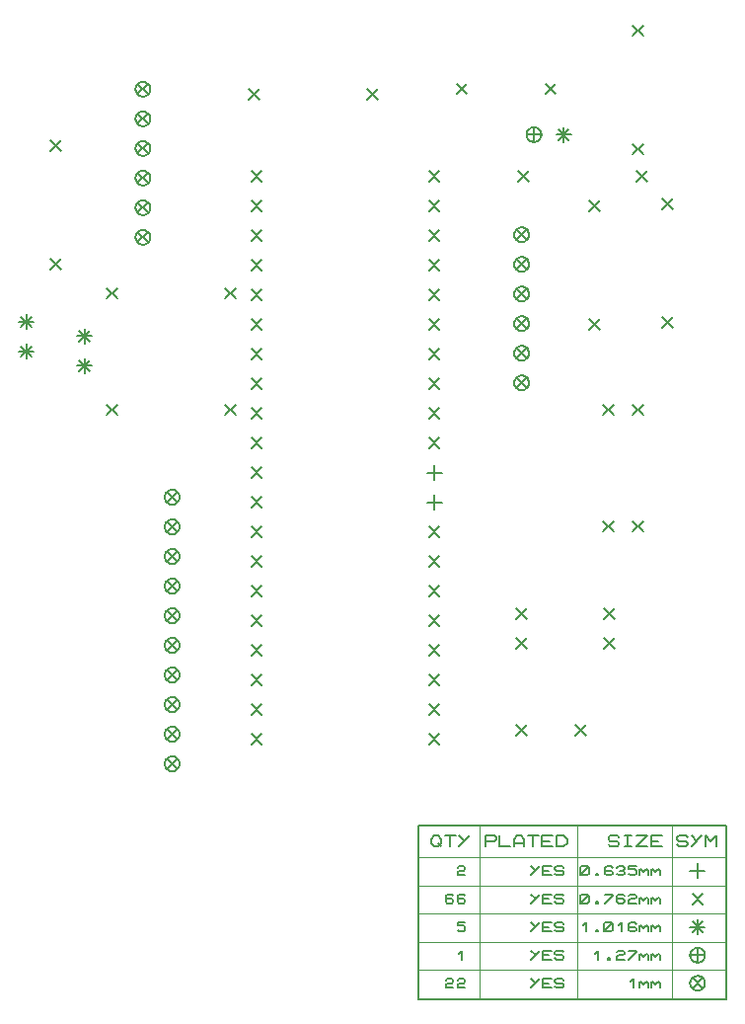
<source format=gbr>
G04 PROTEUS RS274X GERBER FILE*
%FSLAX45Y45*%
%MOMM*%
G01*
%ADD17C,0.203200*%
%ADD18C,0.127000*%
%ADD16C,0.063500*%
D17*
X+544901Y+2544901D02*
X+455099Y+2455099D01*
X+544901Y+2455099D02*
X+455099Y+2544901D01*
X+544901Y+2290901D02*
X+455099Y+2201099D01*
X+544901Y+2201099D02*
X+455099Y+2290901D01*
X+544901Y+2036901D02*
X+455099Y+1947099D01*
X+544901Y+1947099D02*
X+455099Y+2036901D01*
X+544901Y+1782901D02*
X+455099Y+1693099D01*
X+544901Y+1693099D02*
X+455099Y+1782901D01*
X+544901Y+1528901D02*
X+455099Y+1439099D01*
X+544901Y+1439099D02*
X+455099Y+1528901D01*
X+544901Y+1274901D02*
X+455099Y+1185099D01*
X+544901Y+1185099D02*
X+455099Y+1274901D01*
X+544901Y+1020901D02*
X+455099Y+931099D01*
X+544901Y+931099D02*
X+455099Y+1020901D01*
X+544901Y+766901D02*
X+455099Y+677099D01*
X+544901Y+677099D02*
X+455099Y+766901D01*
X+544901Y+512901D02*
X+455099Y+423099D01*
X+544901Y+423099D02*
X+455099Y+512901D01*
X+544901Y+258901D02*
X+455099Y+169099D01*
X+544901Y+169099D02*
X+455099Y+258901D01*
X+500000Y+23500D02*
X+500000Y-103500D01*
X+563500Y-40000D02*
X+436500Y-40000D01*
X+500000Y-230500D02*
X+500000Y-357500D01*
X+563500Y-294000D02*
X+436500Y-294000D01*
X+544901Y-503099D02*
X+455099Y-592901D01*
X+544901Y-592901D02*
X+455099Y-503099D01*
X+544901Y-757099D02*
X+455099Y-846901D01*
X+544901Y-846901D02*
X+455099Y-757099D01*
X+544901Y-1011099D02*
X+455099Y-1100901D01*
X+544901Y-1100901D02*
X+455099Y-1011099D01*
X+544901Y-1265099D02*
X+455099Y-1354901D01*
X+544901Y-1354901D02*
X+455099Y-1265099D01*
X+544901Y-1519099D02*
X+455099Y-1608901D01*
X+544901Y-1608901D02*
X+455099Y-1519099D01*
X+544901Y-1773099D02*
X+455099Y-1862901D01*
X+544901Y-1862901D02*
X+455099Y-1773099D01*
X+544901Y-2027099D02*
X+455099Y-2116901D01*
X+544901Y-2116901D02*
X+455099Y-2027099D01*
X+544901Y-2281099D02*
X+455099Y-2370901D01*
X+544901Y-2370901D02*
X+455099Y-2281099D01*
X-979099Y-2281099D02*
X-1068901Y-2370901D01*
X-979099Y-2370901D02*
X-1068901Y-2281099D01*
X-979099Y-2027099D02*
X-1068901Y-2116901D01*
X-979099Y-2116901D02*
X-1068901Y-2027099D01*
X-979099Y-1773099D02*
X-1068901Y-1862901D01*
X-979099Y-1862901D02*
X-1068901Y-1773099D01*
X-979099Y-1519099D02*
X-1068901Y-1608901D01*
X-979099Y-1608901D02*
X-1068901Y-1519099D01*
X-979099Y-1265099D02*
X-1068901Y-1354901D01*
X-979099Y-1354901D02*
X-1068901Y-1265099D01*
X-979099Y-1011099D02*
X-1068901Y-1100901D01*
X-979099Y-1100901D02*
X-1068901Y-1011099D01*
X-979099Y-757099D02*
X-1068901Y-846901D01*
X-979099Y-846901D02*
X-1068901Y-757099D01*
X-979099Y-503099D02*
X-1068901Y-592901D01*
X-979099Y-592901D02*
X-1068901Y-503099D01*
X-979099Y-249099D02*
X-1068901Y-338901D01*
X-979099Y-338901D02*
X-1068901Y-249099D01*
X-979099Y+4901D02*
X-1068901Y-84901D01*
X-979099Y-84901D02*
X-1068901Y+4901D01*
X-979099Y+258901D02*
X-1068901Y+169099D01*
X-979099Y+169099D02*
X-1068901Y+258901D01*
X-979099Y+512901D02*
X-1068901Y+423099D01*
X-979099Y+423099D02*
X-1068901Y+512901D01*
X-979099Y+766901D02*
X-1068901Y+677099D01*
X-979099Y+677099D02*
X-1068901Y+766901D01*
X-979099Y+1020901D02*
X-1068901Y+931099D01*
X-979099Y+931099D02*
X-1068901Y+1020901D01*
X-979099Y+1274901D02*
X-1068901Y+1185099D01*
X-979099Y+1185099D02*
X-1068901Y+1274901D01*
X-979099Y+1528901D02*
X-1068901Y+1439099D01*
X-979099Y+1439099D02*
X-1068901Y+1528901D01*
X-979099Y+1782901D02*
X-1068901Y+1693099D01*
X-979099Y+1693099D02*
X-1068901Y+1782901D01*
X-979099Y+2036901D02*
X-1068901Y+1947099D01*
X-979099Y+1947099D02*
X-1068901Y+2036901D01*
X-979099Y+2290901D02*
X-1068901Y+2201099D01*
X-979099Y+2201099D02*
X-1068901Y+2290901D01*
X-979099Y+2544901D02*
X-1068901Y+2455099D01*
X-979099Y+2455099D02*
X-1068901Y+2544901D01*
X-1686500Y-250000D02*
X-1686725Y-244665D01*
X-1688551Y-233993D01*
X-1692376Y-223321D01*
X-1698647Y-212649D01*
X-1708220Y-202181D01*
X-1718892Y-194642D01*
X-1729564Y-189878D01*
X-1740236Y-187255D01*
X-1750000Y-186500D01*
X-1813500Y-250000D02*
X-1813275Y-244665D01*
X-1811449Y-233993D01*
X-1807624Y-223321D01*
X-1801353Y-212649D01*
X-1791780Y-202181D01*
X-1781108Y-194642D01*
X-1770436Y-189878D01*
X-1759764Y-187255D01*
X-1750000Y-186500D01*
X-1813500Y-250000D02*
X-1813275Y-255335D01*
X-1811449Y-266007D01*
X-1807624Y-276679D01*
X-1801353Y-287351D01*
X-1791780Y-297819D01*
X-1781108Y-305358D01*
X-1770436Y-310122D01*
X-1759764Y-312745D01*
X-1750000Y-313500D01*
X-1686500Y-250000D02*
X-1686725Y-255335D01*
X-1688551Y-266007D01*
X-1692376Y-276679D01*
X-1698647Y-287351D01*
X-1708220Y-297819D01*
X-1718892Y-305358D01*
X-1729564Y-310122D01*
X-1740236Y-312745D01*
X-1750000Y-313500D01*
X-1705099Y-205099D02*
X-1794901Y-294901D01*
X-1705099Y-294901D02*
X-1794901Y-205099D01*
X-1686500Y-504000D02*
X-1686725Y-498665D01*
X-1688551Y-487993D01*
X-1692376Y-477321D01*
X-1698647Y-466649D01*
X-1708220Y-456181D01*
X-1718892Y-448642D01*
X-1729564Y-443878D01*
X-1740236Y-441255D01*
X-1750000Y-440500D01*
X-1813500Y-504000D02*
X-1813275Y-498665D01*
X-1811449Y-487993D01*
X-1807624Y-477321D01*
X-1801353Y-466649D01*
X-1791780Y-456181D01*
X-1781108Y-448642D01*
X-1770436Y-443878D01*
X-1759764Y-441255D01*
X-1750000Y-440500D01*
X-1813500Y-504000D02*
X-1813275Y-509335D01*
X-1811449Y-520007D01*
X-1807624Y-530679D01*
X-1801353Y-541351D01*
X-1791780Y-551819D01*
X-1781108Y-559358D01*
X-1770436Y-564122D01*
X-1759764Y-566745D01*
X-1750000Y-567500D01*
X-1686500Y-504000D02*
X-1686725Y-509335D01*
X-1688551Y-520007D01*
X-1692376Y-530679D01*
X-1698647Y-541351D01*
X-1708220Y-551819D01*
X-1718892Y-559358D01*
X-1729564Y-564122D01*
X-1740236Y-566745D01*
X-1750000Y-567500D01*
X-1705099Y-459099D02*
X-1794901Y-548901D01*
X-1705099Y-548901D02*
X-1794901Y-459099D01*
X-1686500Y-758000D02*
X-1686725Y-752665D01*
X-1688551Y-741993D01*
X-1692376Y-731321D01*
X-1698647Y-720649D01*
X-1708220Y-710181D01*
X-1718892Y-702642D01*
X-1729564Y-697878D01*
X-1740236Y-695255D01*
X-1750000Y-694500D01*
X-1813500Y-758000D02*
X-1813275Y-752665D01*
X-1811449Y-741993D01*
X-1807624Y-731321D01*
X-1801353Y-720649D01*
X-1791780Y-710181D01*
X-1781108Y-702642D01*
X-1770436Y-697878D01*
X-1759764Y-695255D01*
X-1750000Y-694500D01*
X-1813500Y-758000D02*
X-1813275Y-763335D01*
X-1811449Y-774007D01*
X-1807624Y-784679D01*
X-1801353Y-795351D01*
X-1791780Y-805819D01*
X-1781108Y-813358D01*
X-1770436Y-818122D01*
X-1759764Y-820745D01*
X-1750000Y-821500D01*
X-1686500Y-758000D02*
X-1686725Y-763335D01*
X-1688551Y-774007D01*
X-1692376Y-784679D01*
X-1698647Y-795351D01*
X-1708220Y-805819D01*
X-1718892Y-813358D01*
X-1729564Y-818122D01*
X-1740236Y-820745D01*
X-1750000Y-821500D01*
X-1705099Y-713099D02*
X-1794901Y-802901D01*
X-1705099Y-802901D02*
X-1794901Y-713099D01*
X-1686500Y-1012000D02*
X-1686725Y-1006665D01*
X-1688551Y-995993D01*
X-1692376Y-985321D01*
X-1698647Y-974649D01*
X-1708220Y-964181D01*
X-1718892Y-956642D01*
X-1729564Y-951878D01*
X-1740236Y-949255D01*
X-1750000Y-948500D01*
X-1813500Y-1012000D02*
X-1813275Y-1006665D01*
X-1811449Y-995993D01*
X-1807624Y-985321D01*
X-1801353Y-974649D01*
X-1791780Y-964181D01*
X-1781108Y-956642D01*
X-1770436Y-951878D01*
X-1759764Y-949255D01*
X-1750000Y-948500D01*
X-1813500Y-1012000D02*
X-1813275Y-1017335D01*
X-1811449Y-1028007D01*
X-1807624Y-1038679D01*
X-1801353Y-1049351D01*
X-1791780Y-1059819D01*
X-1781108Y-1067358D01*
X-1770436Y-1072122D01*
X-1759764Y-1074745D01*
X-1750000Y-1075500D01*
X-1686500Y-1012000D02*
X-1686725Y-1017335D01*
X-1688551Y-1028007D01*
X-1692376Y-1038679D01*
X-1698647Y-1049351D01*
X-1708220Y-1059819D01*
X-1718892Y-1067358D01*
X-1729564Y-1072122D01*
X-1740236Y-1074745D01*
X-1750000Y-1075500D01*
X-1705099Y-967099D02*
X-1794901Y-1056901D01*
X-1705099Y-1056901D02*
X-1794901Y-967099D01*
X-1686500Y-1266000D02*
X-1686725Y-1260665D01*
X-1688551Y-1249993D01*
X-1692376Y-1239321D01*
X-1698647Y-1228649D01*
X-1708220Y-1218181D01*
X-1718892Y-1210642D01*
X-1729564Y-1205878D01*
X-1740236Y-1203255D01*
X-1750000Y-1202500D01*
X-1813500Y-1266000D02*
X-1813275Y-1260665D01*
X-1811449Y-1249993D01*
X-1807624Y-1239321D01*
X-1801353Y-1228649D01*
X-1791780Y-1218181D01*
X-1781108Y-1210642D01*
X-1770436Y-1205878D01*
X-1759764Y-1203255D01*
X-1750000Y-1202500D01*
X-1813500Y-1266000D02*
X-1813275Y-1271335D01*
X-1811449Y-1282007D01*
X-1807624Y-1292679D01*
X-1801353Y-1303351D01*
X-1791780Y-1313819D01*
X-1781108Y-1321358D01*
X-1770436Y-1326122D01*
X-1759764Y-1328745D01*
X-1750000Y-1329500D01*
X-1686500Y-1266000D02*
X-1686725Y-1271335D01*
X-1688551Y-1282007D01*
X-1692376Y-1292679D01*
X-1698647Y-1303351D01*
X-1708220Y-1313819D01*
X-1718892Y-1321358D01*
X-1729564Y-1326122D01*
X-1740236Y-1328745D01*
X-1750000Y-1329500D01*
X-1705099Y-1221099D02*
X-1794901Y-1310901D01*
X-1705099Y-1310901D02*
X-1794901Y-1221099D01*
X-1686500Y-1520000D02*
X-1686725Y-1514665D01*
X-1688551Y-1503993D01*
X-1692376Y-1493321D01*
X-1698647Y-1482649D01*
X-1708220Y-1472181D01*
X-1718892Y-1464642D01*
X-1729564Y-1459878D01*
X-1740236Y-1457255D01*
X-1750000Y-1456500D01*
X-1813500Y-1520000D02*
X-1813275Y-1514665D01*
X-1811449Y-1503993D01*
X-1807624Y-1493321D01*
X-1801353Y-1482649D01*
X-1791780Y-1472181D01*
X-1781108Y-1464642D01*
X-1770436Y-1459878D01*
X-1759764Y-1457255D01*
X-1750000Y-1456500D01*
X-1813500Y-1520000D02*
X-1813275Y-1525335D01*
X-1811449Y-1536007D01*
X-1807624Y-1546679D01*
X-1801353Y-1557351D01*
X-1791780Y-1567819D01*
X-1781108Y-1575358D01*
X-1770436Y-1580122D01*
X-1759764Y-1582745D01*
X-1750000Y-1583500D01*
X-1686500Y-1520000D02*
X-1686725Y-1525335D01*
X-1688551Y-1536007D01*
X-1692376Y-1546679D01*
X-1698647Y-1557351D01*
X-1708220Y-1567819D01*
X-1718892Y-1575358D01*
X-1729564Y-1580122D01*
X-1740236Y-1582745D01*
X-1750000Y-1583500D01*
X-1705099Y-1475099D02*
X-1794901Y-1564901D01*
X-1705099Y-1564901D02*
X-1794901Y-1475099D01*
X-1686500Y-1774000D02*
X-1686725Y-1768665D01*
X-1688551Y-1757993D01*
X-1692376Y-1747321D01*
X-1698647Y-1736649D01*
X-1708220Y-1726181D01*
X-1718892Y-1718642D01*
X-1729564Y-1713878D01*
X-1740236Y-1711255D01*
X-1750000Y-1710500D01*
X-1813500Y-1774000D02*
X-1813275Y-1768665D01*
X-1811449Y-1757993D01*
X-1807624Y-1747321D01*
X-1801353Y-1736649D01*
X-1791780Y-1726181D01*
X-1781108Y-1718642D01*
X-1770436Y-1713878D01*
X-1759764Y-1711255D01*
X-1750000Y-1710500D01*
X-1813500Y-1774000D02*
X-1813275Y-1779335D01*
X-1811449Y-1790007D01*
X-1807624Y-1800679D01*
X-1801353Y-1811351D01*
X-1791780Y-1821819D01*
X-1781108Y-1829358D01*
X-1770436Y-1834122D01*
X-1759764Y-1836745D01*
X-1750000Y-1837500D01*
X-1686500Y-1774000D02*
X-1686725Y-1779335D01*
X-1688551Y-1790007D01*
X-1692376Y-1800679D01*
X-1698647Y-1811351D01*
X-1708220Y-1821819D01*
X-1718892Y-1829358D01*
X-1729564Y-1834122D01*
X-1740236Y-1836745D01*
X-1750000Y-1837500D01*
X-1705099Y-1729099D02*
X-1794901Y-1818901D01*
X-1705099Y-1818901D02*
X-1794901Y-1729099D01*
X-1686500Y-2028000D02*
X-1686725Y-2022665D01*
X-1688551Y-2011993D01*
X-1692376Y-2001321D01*
X-1698647Y-1990649D01*
X-1708220Y-1980181D01*
X-1718892Y-1972642D01*
X-1729564Y-1967878D01*
X-1740236Y-1965255D01*
X-1750000Y-1964500D01*
X-1813500Y-2028000D02*
X-1813275Y-2022665D01*
X-1811449Y-2011993D01*
X-1807624Y-2001321D01*
X-1801353Y-1990649D01*
X-1791780Y-1980181D01*
X-1781108Y-1972642D01*
X-1770436Y-1967878D01*
X-1759764Y-1965255D01*
X-1750000Y-1964500D01*
X-1813500Y-2028000D02*
X-1813275Y-2033335D01*
X-1811449Y-2044007D01*
X-1807624Y-2054679D01*
X-1801353Y-2065351D01*
X-1791780Y-2075819D01*
X-1781108Y-2083358D01*
X-1770436Y-2088122D01*
X-1759764Y-2090745D01*
X-1750000Y-2091500D01*
X-1686500Y-2028000D02*
X-1686725Y-2033335D01*
X-1688551Y-2044007D01*
X-1692376Y-2054679D01*
X-1698647Y-2065351D01*
X-1708220Y-2075819D01*
X-1718892Y-2083358D01*
X-1729564Y-2088122D01*
X-1740236Y-2090745D01*
X-1750000Y-2091500D01*
X-1705099Y-1983099D02*
X-1794901Y-2072901D01*
X-1705099Y-2072901D02*
X-1794901Y-1983099D01*
X-1686500Y-2282000D02*
X-1686725Y-2276665D01*
X-1688551Y-2265993D01*
X-1692376Y-2255321D01*
X-1698647Y-2244649D01*
X-1708220Y-2234181D01*
X-1718892Y-2226642D01*
X-1729564Y-2221878D01*
X-1740236Y-2219255D01*
X-1750000Y-2218500D01*
X-1813500Y-2282000D02*
X-1813275Y-2276665D01*
X-1811449Y-2265993D01*
X-1807624Y-2255321D01*
X-1801353Y-2244649D01*
X-1791780Y-2234181D01*
X-1781108Y-2226642D01*
X-1770436Y-2221878D01*
X-1759764Y-2219255D01*
X-1750000Y-2218500D01*
X-1813500Y-2282000D02*
X-1813275Y-2287335D01*
X-1811449Y-2298007D01*
X-1807624Y-2308679D01*
X-1801353Y-2319351D01*
X-1791780Y-2329819D01*
X-1781108Y-2337358D01*
X-1770436Y-2342122D01*
X-1759764Y-2344745D01*
X-1750000Y-2345500D01*
X-1686500Y-2282000D02*
X-1686725Y-2287335D01*
X-1688551Y-2298007D01*
X-1692376Y-2308679D01*
X-1698647Y-2319351D01*
X-1708220Y-2329819D01*
X-1718892Y-2337358D01*
X-1729564Y-2342122D01*
X-1740236Y-2344745D01*
X-1750000Y-2345500D01*
X-1705099Y-2237099D02*
X-1794901Y-2326901D01*
X-1705099Y-2326901D02*
X-1794901Y-2237099D01*
X-1686500Y-2536000D02*
X-1686725Y-2530665D01*
X-1688551Y-2519993D01*
X-1692376Y-2509321D01*
X-1698647Y-2498649D01*
X-1708220Y-2488181D01*
X-1718892Y-2480642D01*
X-1729564Y-2475878D01*
X-1740236Y-2473255D01*
X-1750000Y-2472500D01*
X-1813500Y-2536000D02*
X-1813275Y-2530665D01*
X-1811449Y-2519993D01*
X-1807624Y-2509321D01*
X-1801353Y-2498649D01*
X-1791780Y-2488181D01*
X-1781108Y-2480642D01*
X-1770436Y-2475878D01*
X-1759764Y-2473255D01*
X-1750000Y-2472500D01*
X-1813500Y-2536000D02*
X-1813275Y-2541335D01*
X-1811449Y-2552007D01*
X-1807624Y-2562679D01*
X-1801353Y-2573351D01*
X-1791780Y-2583819D01*
X-1781108Y-2591358D01*
X-1770436Y-2596122D01*
X-1759764Y-2598745D01*
X-1750000Y-2599500D01*
X-1686500Y-2536000D02*
X-1686725Y-2541335D01*
X-1688551Y-2552007D01*
X-1692376Y-2562679D01*
X-1698647Y-2573351D01*
X-1708220Y-2583819D01*
X-1718892Y-2591358D01*
X-1729564Y-2596122D01*
X-1740236Y-2598745D01*
X-1750000Y-2599500D01*
X-1705099Y-2491099D02*
X-1794901Y-2580901D01*
X-1705099Y-2580901D02*
X-1794901Y-2491099D01*
X+1313500Y+2000000D02*
X+1313275Y+2005335D01*
X+1311449Y+2016007D01*
X+1307624Y+2026679D01*
X+1301353Y+2037351D01*
X+1291780Y+2047819D01*
X+1281108Y+2055358D01*
X+1270436Y+2060122D01*
X+1259764Y+2062745D01*
X+1250000Y+2063500D01*
X+1186500Y+2000000D02*
X+1186725Y+2005335D01*
X+1188551Y+2016007D01*
X+1192376Y+2026679D01*
X+1198647Y+2037351D01*
X+1208220Y+2047819D01*
X+1218892Y+2055358D01*
X+1229564Y+2060122D01*
X+1240236Y+2062745D01*
X+1250000Y+2063500D01*
X+1186500Y+2000000D02*
X+1186725Y+1994665D01*
X+1188551Y+1983993D01*
X+1192376Y+1973321D01*
X+1198647Y+1962649D01*
X+1208220Y+1952181D01*
X+1218892Y+1944642D01*
X+1229564Y+1939878D01*
X+1240236Y+1937255D01*
X+1250000Y+1936500D01*
X+1313500Y+2000000D02*
X+1313275Y+1994665D01*
X+1311449Y+1983993D01*
X+1307624Y+1973321D01*
X+1301353Y+1962649D01*
X+1291780Y+1952181D01*
X+1281108Y+1944642D01*
X+1270436Y+1939878D01*
X+1259764Y+1937255D01*
X+1250000Y+1936500D01*
X+1294901Y+2044901D02*
X+1205099Y+1955099D01*
X+1294901Y+1955099D02*
X+1205099Y+2044901D01*
X+1313500Y+1746000D02*
X+1313275Y+1751335D01*
X+1311449Y+1762007D01*
X+1307624Y+1772679D01*
X+1301353Y+1783351D01*
X+1291780Y+1793819D01*
X+1281108Y+1801358D01*
X+1270436Y+1806122D01*
X+1259764Y+1808745D01*
X+1250000Y+1809500D01*
X+1186500Y+1746000D02*
X+1186725Y+1751335D01*
X+1188551Y+1762007D01*
X+1192376Y+1772679D01*
X+1198647Y+1783351D01*
X+1208220Y+1793819D01*
X+1218892Y+1801358D01*
X+1229564Y+1806122D01*
X+1240236Y+1808745D01*
X+1250000Y+1809500D01*
X+1186500Y+1746000D02*
X+1186725Y+1740665D01*
X+1188551Y+1729993D01*
X+1192376Y+1719321D01*
X+1198647Y+1708649D01*
X+1208220Y+1698181D01*
X+1218892Y+1690642D01*
X+1229564Y+1685878D01*
X+1240236Y+1683255D01*
X+1250000Y+1682500D01*
X+1313500Y+1746000D02*
X+1313275Y+1740665D01*
X+1311449Y+1729993D01*
X+1307624Y+1719321D01*
X+1301353Y+1708649D01*
X+1291780Y+1698181D01*
X+1281108Y+1690642D01*
X+1270436Y+1685878D01*
X+1259764Y+1683255D01*
X+1250000Y+1682500D01*
X+1294901Y+1790901D02*
X+1205099Y+1701099D01*
X+1294901Y+1701099D02*
X+1205099Y+1790901D01*
X+1313500Y+1492000D02*
X+1313275Y+1497335D01*
X+1311449Y+1508007D01*
X+1307624Y+1518679D01*
X+1301353Y+1529351D01*
X+1291780Y+1539819D01*
X+1281108Y+1547358D01*
X+1270436Y+1552122D01*
X+1259764Y+1554745D01*
X+1250000Y+1555500D01*
X+1186500Y+1492000D02*
X+1186725Y+1497335D01*
X+1188551Y+1508007D01*
X+1192376Y+1518679D01*
X+1198647Y+1529351D01*
X+1208220Y+1539819D01*
X+1218892Y+1547358D01*
X+1229564Y+1552122D01*
X+1240236Y+1554745D01*
X+1250000Y+1555500D01*
X+1186500Y+1492000D02*
X+1186725Y+1486665D01*
X+1188551Y+1475993D01*
X+1192376Y+1465321D01*
X+1198647Y+1454649D01*
X+1208220Y+1444181D01*
X+1218892Y+1436642D01*
X+1229564Y+1431878D01*
X+1240236Y+1429255D01*
X+1250000Y+1428500D01*
X+1313500Y+1492000D02*
X+1313275Y+1486665D01*
X+1311449Y+1475993D01*
X+1307624Y+1465321D01*
X+1301353Y+1454649D01*
X+1291780Y+1444181D01*
X+1281108Y+1436642D01*
X+1270436Y+1431878D01*
X+1259764Y+1429255D01*
X+1250000Y+1428500D01*
X+1294901Y+1536901D02*
X+1205099Y+1447099D01*
X+1294901Y+1447099D02*
X+1205099Y+1536901D01*
X+1313500Y+1238000D02*
X+1313275Y+1243335D01*
X+1311449Y+1254007D01*
X+1307624Y+1264679D01*
X+1301353Y+1275351D01*
X+1291780Y+1285819D01*
X+1281108Y+1293358D01*
X+1270436Y+1298122D01*
X+1259764Y+1300745D01*
X+1250000Y+1301500D01*
X+1186500Y+1238000D02*
X+1186725Y+1243335D01*
X+1188551Y+1254007D01*
X+1192376Y+1264679D01*
X+1198647Y+1275351D01*
X+1208220Y+1285819D01*
X+1218892Y+1293358D01*
X+1229564Y+1298122D01*
X+1240236Y+1300745D01*
X+1250000Y+1301500D01*
X+1186500Y+1238000D02*
X+1186725Y+1232665D01*
X+1188551Y+1221993D01*
X+1192376Y+1211321D01*
X+1198647Y+1200649D01*
X+1208220Y+1190181D01*
X+1218892Y+1182642D01*
X+1229564Y+1177878D01*
X+1240236Y+1175255D01*
X+1250000Y+1174500D01*
X+1313500Y+1238000D02*
X+1313275Y+1232665D01*
X+1311449Y+1221993D01*
X+1307624Y+1211321D01*
X+1301353Y+1200649D01*
X+1291780Y+1190181D01*
X+1281108Y+1182642D01*
X+1270436Y+1177878D01*
X+1259764Y+1175255D01*
X+1250000Y+1174500D01*
X+1294901Y+1282901D02*
X+1205099Y+1193099D01*
X+1294901Y+1193099D02*
X+1205099Y+1282901D01*
X+1313500Y+984000D02*
X+1313275Y+989335D01*
X+1311449Y+1000007D01*
X+1307624Y+1010679D01*
X+1301353Y+1021351D01*
X+1291780Y+1031819D01*
X+1281108Y+1039358D01*
X+1270436Y+1044122D01*
X+1259764Y+1046745D01*
X+1250000Y+1047500D01*
X+1186500Y+984000D02*
X+1186725Y+989335D01*
X+1188551Y+1000007D01*
X+1192376Y+1010679D01*
X+1198647Y+1021351D01*
X+1208220Y+1031819D01*
X+1218892Y+1039358D01*
X+1229564Y+1044122D01*
X+1240236Y+1046745D01*
X+1250000Y+1047500D01*
X+1186500Y+984000D02*
X+1186725Y+978665D01*
X+1188551Y+967993D01*
X+1192376Y+957321D01*
X+1198647Y+946649D01*
X+1208220Y+936181D01*
X+1218892Y+928642D01*
X+1229564Y+923878D01*
X+1240236Y+921255D01*
X+1250000Y+920500D01*
X+1313500Y+984000D02*
X+1313275Y+978665D01*
X+1311449Y+967993D01*
X+1307624Y+957321D01*
X+1301353Y+946649D01*
X+1291780Y+936181D01*
X+1281108Y+928642D01*
X+1270436Y+923878D01*
X+1259764Y+921255D01*
X+1250000Y+920500D01*
X+1294901Y+1028901D02*
X+1205099Y+939099D01*
X+1294901Y+939099D02*
X+1205099Y+1028901D01*
X+1313500Y+730000D02*
X+1313275Y+735335D01*
X+1311449Y+746007D01*
X+1307624Y+756679D01*
X+1301353Y+767351D01*
X+1291780Y+777819D01*
X+1281108Y+785358D01*
X+1270436Y+790122D01*
X+1259764Y+792745D01*
X+1250000Y+793500D01*
X+1186500Y+730000D02*
X+1186725Y+735335D01*
X+1188551Y+746007D01*
X+1192376Y+756679D01*
X+1198647Y+767351D01*
X+1208220Y+777819D01*
X+1218892Y+785358D01*
X+1229564Y+790122D01*
X+1240236Y+792745D01*
X+1250000Y+793500D01*
X+1186500Y+730000D02*
X+1186725Y+724665D01*
X+1188551Y+713993D01*
X+1192376Y+703321D01*
X+1198647Y+692649D01*
X+1208220Y+682181D01*
X+1218892Y+674642D01*
X+1229564Y+669878D01*
X+1240236Y+667255D01*
X+1250000Y+666500D01*
X+1313500Y+730000D02*
X+1313275Y+724665D01*
X+1311449Y+713993D01*
X+1307624Y+703321D01*
X+1301353Y+692649D01*
X+1291780Y+682181D01*
X+1281108Y+674642D01*
X+1270436Y+669878D01*
X+1259764Y+667255D01*
X+1250000Y+666500D01*
X+1294901Y+774901D02*
X+1205099Y+685099D01*
X+1294901Y+685099D02*
X+1205099Y+774901D01*
X+1921901Y+2294901D02*
X+1832099Y+2205099D01*
X+1921901Y+2205099D02*
X+1832099Y+2294901D01*
X+1921901Y+1278901D02*
X+1832099Y+1189099D01*
X+1921901Y+1189099D02*
X+1832099Y+1278901D01*
X+2544901Y+1294901D02*
X+2455099Y+1205099D01*
X+2544901Y+1205099D02*
X+2455099Y+1294901D01*
X+2544901Y+2310901D02*
X+2455099Y+2221099D01*
X+2544901Y+2221099D02*
X+2455099Y+2310901D01*
X-1205099Y+544901D02*
X-1294901Y+455099D01*
X-1205099Y+455099D02*
X-1294901Y+544901D01*
X-2221099Y+544901D02*
X-2310901Y+455099D01*
X-2221099Y+455099D02*
X-2310901Y+544901D01*
X-1205099Y+1544901D02*
X-1294901Y+1455099D01*
X-1205099Y+1455099D02*
X-1294901Y+1544901D01*
X-2221099Y+1544901D02*
X-2310901Y+1455099D01*
X-2221099Y+1455099D02*
X-2310901Y+1544901D01*
X-2500000Y+1194500D02*
X-2500000Y+1067500D01*
X-2436500Y+1131000D02*
X-2563500Y+1131000D01*
X-2455099Y+1175901D02*
X-2544901Y+1086099D01*
X-2455099Y+1086099D02*
X-2544901Y+1175901D01*
X-2500000Y+940500D02*
X-2500000Y+813500D01*
X-2436500Y+877000D02*
X-2563500Y+877000D01*
X-2455099Y+921901D02*
X-2544901Y+832099D01*
X-2455099Y+832099D02*
X-2544901Y+921901D01*
X-998599Y+3251401D02*
X-1088401Y+3161599D01*
X-998599Y+3161599D02*
X-1088401Y+3251401D01*
X+17401Y+3251401D02*
X-72401Y+3161599D01*
X+17401Y+3161599D02*
X-72401Y+3251401D01*
X+1544901Y+3294901D02*
X+1455099Y+3205099D01*
X+1544901Y+3205099D02*
X+1455099Y+3294901D01*
X+782901Y+3294901D02*
X+693099Y+3205099D01*
X+782901Y+3205099D02*
X+693099Y+3294901D01*
X+2326901Y+2544901D02*
X+2237099Y+2455099D01*
X+2326901Y+2455099D02*
X+2237099Y+2544901D01*
X+1310901Y+2544901D02*
X+1221099Y+2455099D01*
X+1310901Y+2455099D02*
X+1221099Y+2544901D01*
X+1609000Y+2922500D02*
X+1609000Y+2795500D01*
X+1672500Y+2859000D02*
X+1545500Y+2859000D01*
X+1653901Y+2903901D02*
X+1564099Y+2814099D01*
X+1653901Y+2814099D02*
X+1564099Y+2903901D01*
X+1418500Y+2859000D02*
X+1418275Y+2864335D01*
X+1416449Y+2875007D01*
X+1412624Y+2885679D01*
X+1406353Y+2896351D01*
X+1396780Y+2906819D01*
X+1386108Y+2914358D01*
X+1375436Y+2919122D01*
X+1364764Y+2921745D01*
X+1355000Y+2922500D01*
X+1291500Y+2859000D02*
X+1291725Y+2864335D01*
X+1293551Y+2875007D01*
X+1297376Y+2885679D01*
X+1303647Y+2896351D01*
X+1313220Y+2906819D01*
X+1323892Y+2914358D01*
X+1334564Y+2919122D01*
X+1345236Y+2921745D01*
X+1355000Y+2922500D01*
X+1291500Y+2859000D02*
X+1291725Y+2853665D01*
X+1293551Y+2842993D01*
X+1297376Y+2832321D01*
X+1303647Y+2821649D01*
X+1313220Y+2811181D01*
X+1323892Y+2803642D01*
X+1334564Y+2798878D01*
X+1345236Y+2796255D01*
X+1355000Y+2795500D01*
X+1418500Y+2859000D02*
X+1418275Y+2853665D01*
X+1416449Y+2842993D01*
X+1412624Y+2832321D01*
X+1406353Y+2821649D01*
X+1396780Y+2811181D01*
X+1386108Y+2803642D01*
X+1375436Y+2798878D01*
X+1364764Y+2796255D01*
X+1355000Y+2795500D01*
X+1355000Y+2922500D02*
X+1355000Y+2795500D01*
X+1418500Y+2859000D02*
X+1291500Y+2859000D01*
X+1294901Y-2205099D02*
X+1205099Y-2294901D01*
X+1294901Y-2294901D02*
X+1205099Y-2205099D01*
X+1802901Y-2205099D02*
X+1713099Y-2294901D01*
X+1802901Y-2294901D02*
X+1713099Y-2205099D01*
X+1294901Y-1205099D02*
X+1205099Y-1294901D01*
X+1294901Y-1294901D02*
X+1205099Y-1205099D01*
X+1294901Y-1459099D02*
X+1205099Y-1548901D01*
X+1294901Y-1548901D02*
X+1205099Y-1459099D01*
X+2044901Y-1205099D02*
X+1955099Y-1294901D01*
X+2044901Y-1294901D02*
X+1955099Y-1205099D01*
X+2044901Y-1459099D02*
X+1955099Y-1548901D01*
X+2044901Y-1548901D02*
X+1955099Y-1459099D01*
X-1936500Y+3250000D02*
X-1936725Y+3255335D01*
X-1938551Y+3266007D01*
X-1942376Y+3276679D01*
X-1948647Y+3287351D01*
X-1958220Y+3297819D01*
X-1968892Y+3305358D01*
X-1979564Y+3310122D01*
X-1990236Y+3312745D01*
X-2000000Y+3313500D01*
X-2063500Y+3250000D02*
X-2063275Y+3255335D01*
X-2061449Y+3266007D01*
X-2057624Y+3276679D01*
X-2051353Y+3287351D01*
X-2041780Y+3297819D01*
X-2031108Y+3305358D01*
X-2020436Y+3310122D01*
X-2009764Y+3312745D01*
X-2000000Y+3313500D01*
X-2063500Y+3250000D02*
X-2063275Y+3244665D01*
X-2061449Y+3233993D01*
X-2057624Y+3223321D01*
X-2051353Y+3212649D01*
X-2041780Y+3202181D01*
X-2031108Y+3194642D01*
X-2020436Y+3189878D01*
X-2009764Y+3187255D01*
X-2000000Y+3186500D01*
X-1936500Y+3250000D02*
X-1936725Y+3244665D01*
X-1938551Y+3233993D01*
X-1942376Y+3223321D01*
X-1948647Y+3212649D01*
X-1958220Y+3202181D01*
X-1968892Y+3194642D01*
X-1979564Y+3189878D01*
X-1990236Y+3187255D01*
X-2000000Y+3186500D01*
X-1955099Y+3294901D02*
X-2044901Y+3205099D01*
X-1955099Y+3205099D02*
X-2044901Y+3294901D01*
X-1936500Y+2996000D02*
X-1936725Y+3001335D01*
X-1938551Y+3012007D01*
X-1942376Y+3022679D01*
X-1948647Y+3033351D01*
X-1958220Y+3043819D01*
X-1968892Y+3051358D01*
X-1979564Y+3056122D01*
X-1990236Y+3058745D01*
X-2000000Y+3059500D01*
X-2063500Y+2996000D02*
X-2063275Y+3001335D01*
X-2061449Y+3012007D01*
X-2057624Y+3022679D01*
X-2051353Y+3033351D01*
X-2041780Y+3043819D01*
X-2031108Y+3051358D01*
X-2020436Y+3056122D01*
X-2009764Y+3058745D01*
X-2000000Y+3059500D01*
X-2063500Y+2996000D02*
X-2063275Y+2990665D01*
X-2061449Y+2979993D01*
X-2057624Y+2969321D01*
X-2051353Y+2958649D01*
X-2041780Y+2948181D01*
X-2031108Y+2940642D01*
X-2020436Y+2935878D01*
X-2009764Y+2933255D01*
X-2000000Y+2932500D01*
X-1936500Y+2996000D02*
X-1936725Y+2990665D01*
X-1938551Y+2979993D01*
X-1942376Y+2969321D01*
X-1948647Y+2958649D01*
X-1958220Y+2948181D01*
X-1968892Y+2940642D01*
X-1979564Y+2935878D01*
X-1990236Y+2933255D01*
X-2000000Y+2932500D01*
X-1955099Y+3040901D02*
X-2044901Y+2951099D01*
X-1955099Y+2951099D02*
X-2044901Y+3040901D01*
X-1936500Y+2742000D02*
X-1936725Y+2747335D01*
X-1938551Y+2758007D01*
X-1942376Y+2768679D01*
X-1948647Y+2779351D01*
X-1958220Y+2789819D01*
X-1968892Y+2797358D01*
X-1979564Y+2802122D01*
X-1990236Y+2804745D01*
X-2000000Y+2805500D01*
X-2063500Y+2742000D02*
X-2063275Y+2747335D01*
X-2061449Y+2758007D01*
X-2057624Y+2768679D01*
X-2051353Y+2779351D01*
X-2041780Y+2789819D01*
X-2031108Y+2797358D01*
X-2020436Y+2802122D01*
X-2009764Y+2804745D01*
X-2000000Y+2805500D01*
X-2063500Y+2742000D02*
X-2063275Y+2736665D01*
X-2061449Y+2725993D01*
X-2057624Y+2715321D01*
X-2051353Y+2704649D01*
X-2041780Y+2694181D01*
X-2031108Y+2686642D01*
X-2020436Y+2681878D01*
X-2009764Y+2679255D01*
X-2000000Y+2678500D01*
X-1936500Y+2742000D02*
X-1936725Y+2736665D01*
X-1938551Y+2725993D01*
X-1942376Y+2715321D01*
X-1948647Y+2704649D01*
X-1958220Y+2694181D01*
X-1968892Y+2686642D01*
X-1979564Y+2681878D01*
X-1990236Y+2679255D01*
X-2000000Y+2678500D01*
X-1955099Y+2786901D02*
X-2044901Y+2697099D01*
X-1955099Y+2697099D02*
X-2044901Y+2786901D01*
X-1936500Y+2488000D02*
X-1936725Y+2493335D01*
X-1938551Y+2504007D01*
X-1942376Y+2514679D01*
X-1948647Y+2525351D01*
X-1958220Y+2535819D01*
X-1968892Y+2543358D01*
X-1979564Y+2548122D01*
X-1990236Y+2550745D01*
X-2000000Y+2551500D01*
X-2063500Y+2488000D02*
X-2063275Y+2493335D01*
X-2061449Y+2504007D01*
X-2057624Y+2514679D01*
X-2051353Y+2525351D01*
X-2041780Y+2535819D01*
X-2031108Y+2543358D01*
X-2020436Y+2548122D01*
X-2009764Y+2550745D01*
X-2000000Y+2551500D01*
X-2063500Y+2488000D02*
X-2063275Y+2482665D01*
X-2061449Y+2471993D01*
X-2057624Y+2461321D01*
X-2051353Y+2450649D01*
X-2041780Y+2440181D01*
X-2031108Y+2432642D01*
X-2020436Y+2427878D01*
X-2009764Y+2425255D01*
X-2000000Y+2424500D01*
X-1936500Y+2488000D02*
X-1936725Y+2482665D01*
X-1938551Y+2471993D01*
X-1942376Y+2461321D01*
X-1948647Y+2450649D01*
X-1958220Y+2440181D01*
X-1968892Y+2432642D01*
X-1979564Y+2427878D01*
X-1990236Y+2425255D01*
X-2000000Y+2424500D01*
X-1955099Y+2532901D02*
X-2044901Y+2443099D01*
X-1955099Y+2443099D02*
X-2044901Y+2532901D01*
X-1936500Y+2234000D02*
X-1936725Y+2239335D01*
X-1938551Y+2250007D01*
X-1942376Y+2260679D01*
X-1948647Y+2271351D01*
X-1958220Y+2281819D01*
X-1968892Y+2289358D01*
X-1979564Y+2294122D01*
X-1990236Y+2296745D01*
X-2000000Y+2297500D01*
X-2063500Y+2234000D02*
X-2063275Y+2239335D01*
X-2061449Y+2250007D01*
X-2057624Y+2260679D01*
X-2051353Y+2271351D01*
X-2041780Y+2281819D01*
X-2031108Y+2289358D01*
X-2020436Y+2294122D01*
X-2009764Y+2296745D01*
X-2000000Y+2297500D01*
X-2063500Y+2234000D02*
X-2063275Y+2228665D01*
X-2061449Y+2217993D01*
X-2057624Y+2207321D01*
X-2051353Y+2196649D01*
X-2041780Y+2186181D01*
X-2031108Y+2178642D01*
X-2020436Y+2173878D01*
X-2009764Y+2171255D01*
X-2000000Y+2170500D01*
X-1936500Y+2234000D02*
X-1936725Y+2228665D01*
X-1938551Y+2217993D01*
X-1942376Y+2207321D01*
X-1948647Y+2196649D01*
X-1958220Y+2186181D01*
X-1968892Y+2178642D01*
X-1979564Y+2173878D01*
X-1990236Y+2171255D01*
X-2000000Y+2170500D01*
X-1955099Y+2278901D02*
X-2044901Y+2189099D01*
X-1955099Y+2189099D02*
X-2044901Y+2278901D01*
X-1936500Y+1980000D02*
X-1936725Y+1985335D01*
X-1938551Y+1996007D01*
X-1942376Y+2006679D01*
X-1948647Y+2017351D01*
X-1958220Y+2027819D01*
X-1968892Y+2035358D01*
X-1979564Y+2040122D01*
X-1990236Y+2042745D01*
X-2000000Y+2043500D01*
X-2063500Y+1980000D02*
X-2063275Y+1985335D01*
X-2061449Y+1996007D01*
X-2057624Y+2006679D01*
X-2051353Y+2017351D01*
X-2041780Y+2027819D01*
X-2031108Y+2035358D01*
X-2020436Y+2040122D01*
X-2009764Y+2042745D01*
X-2000000Y+2043500D01*
X-2063500Y+1980000D02*
X-2063275Y+1974665D01*
X-2061449Y+1963993D01*
X-2057624Y+1953321D01*
X-2051353Y+1942649D01*
X-2041780Y+1932181D01*
X-2031108Y+1924642D01*
X-2020436Y+1919878D01*
X-2009764Y+1917255D01*
X-2000000Y+1916500D01*
X-1936500Y+1980000D02*
X-1936725Y+1974665D01*
X-1938551Y+1963993D01*
X-1942376Y+1953321D01*
X-1948647Y+1942649D01*
X-1958220Y+1932181D01*
X-1968892Y+1924642D01*
X-1979564Y+1919878D01*
X-1990236Y+1917255D01*
X-2000000Y+1916500D01*
X-1955099Y+2024901D02*
X-2044901Y+1935099D01*
X-1955099Y+1935099D02*
X-2044901Y+2024901D01*
X-3000000Y+1063500D02*
X-3000000Y+936500D01*
X-2936500Y+1000000D02*
X-3063500Y+1000000D01*
X-2955099Y+1044901D02*
X-3044901Y+955099D01*
X-2955099Y+955099D02*
X-3044901Y+1044901D01*
X-3000000Y+1317500D02*
X-3000000Y+1190500D01*
X-2936500Y+1254000D02*
X-3063500Y+1254000D01*
X-2955099Y+1298901D02*
X-3044901Y+1209099D01*
X-2955099Y+1209099D02*
X-3044901Y+1298901D01*
X-2705099Y+1794901D02*
X-2794901Y+1705099D01*
X-2705099Y+1705099D02*
X-2794901Y+1794901D01*
X-2705099Y+2810901D02*
X-2794901Y+2721099D01*
X-2705099Y+2721099D02*
X-2794901Y+2810901D01*
X+2294901Y+544901D02*
X+2205099Y+455099D01*
X+2294901Y+455099D02*
X+2205099Y+544901D01*
X+2040901Y+544901D02*
X+1951099Y+455099D01*
X+2040901Y+455099D02*
X+1951099Y+544901D01*
X+2294901Y-455099D02*
X+2205099Y-544901D01*
X+2294901Y-544901D02*
X+2205099Y-455099D01*
X+2040901Y-455099D02*
X+1951099Y-544901D01*
X+2040901Y-544901D02*
X+1951099Y-455099D01*
X+2294901Y+3794901D02*
X+2205099Y+3705099D01*
X+2294901Y+3705099D02*
X+2205099Y+3794901D01*
X+2294901Y+2778901D02*
X+2205099Y+2689099D01*
X+2294901Y+2689099D02*
X+2205099Y+2778901D01*
D18*
X+362020Y-4551060D02*
X+3006160Y-4551060D01*
X+3006160Y-3065160D01*
X+362020Y-3065160D01*
X+362020Y-4551060D01*
D16*
X+2538798Y-3065160D02*
X+2538798Y-4551060D01*
X+1725998Y-3065160D02*
X+1725998Y-4551060D01*
X+892878Y-3065160D02*
X+892878Y-4551060D01*
X+3006160Y-3338210D02*
X+362020Y-3338210D01*
X+3006160Y-3579510D02*
X+362020Y-3579510D01*
X+3006160Y-3820810D02*
X+362020Y-3820810D01*
X+3006160Y-4062110D02*
X+362020Y-4062110D01*
X+3006160Y-4303410D02*
X+362020Y-4303410D01*
D18*
X+2583250Y-3228990D02*
X+2598490Y-3244230D01*
X+2659450Y-3244230D01*
X+2674690Y-3228990D01*
X+2674690Y-3213750D01*
X+2659450Y-3198510D01*
X+2598490Y-3198510D01*
X+2583250Y-3183270D01*
X+2583250Y-3168030D01*
X+2598490Y-3152790D01*
X+2659450Y-3152790D01*
X+2674690Y-3168030D01*
X+2796610Y-3152790D02*
X+2705170Y-3244230D01*
X+2705170Y-3152790D02*
X+2750890Y-3198510D01*
X+2827090Y-3244230D02*
X+2827090Y-3152790D01*
X+2872810Y-3198510D01*
X+2918530Y-3152790D01*
X+2918530Y-3244230D01*
X+1993970Y-3228990D02*
X+2009210Y-3244230D01*
X+2070170Y-3244230D01*
X+2085410Y-3228990D01*
X+2085410Y-3213750D01*
X+2070170Y-3198510D01*
X+2009210Y-3198510D01*
X+1993970Y-3183270D01*
X+1993970Y-3168030D01*
X+2009210Y-3152790D01*
X+2070170Y-3152790D01*
X+2085410Y-3168030D01*
X+2131130Y-3152790D02*
X+2192090Y-3152790D01*
X+2161610Y-3152790D02*
X+2161610Y-3244230D01*
X+2131130Y-3244230D02*
X+2192090Y-3244230D01*
X+2237810Y-3152790D02*
X+2329250Y-3152790D01*
X+2237810Y-3244230D01*
X+2329250Y-3244230D01*
X+2451170Y-3244230D02*
X+2359730Y-3244230D01*
X+2359730Y-3152790D01*
X+2451170Y-3152790D01*
X+2359730Y-3198510D02*
X+2420690Y-3198510D01*
X+937330Y-3244230D02*
X+937330Y-3152790D01*
X+1013530Y-3152790D01*
X+1028770Y-3168030D01*
X+1028770Y-3183270D01*
X+1013530Y-3198510D01*
X+937330Y-3198510D01*
X+1059250Y-3152790D02*
X+1059250Y-3244230D01*
X+1150690Y-3244230D01*
X+1181170Y-3244230D02*
X+1181170Y-3183270D01*
X+1211650Y-3152790D01*
X+1242130Y-3152790D01*
X+1272610Y-3183270D01*
X+1272610Y-3244230D01*
X+1181170Y-3213750D02*
X+1272610Y-3213750D01*
X+1303090Y-3152790D02*
X+1394530Y-3152790D01*
X+1348810Y-3152790D02*
X+1348810Y-3244230D01*
X+1516450Y-3244230D02*
X+1425010Y-3244230D01*
X+1425010Y-3152790D01*
X+1516450Y-3152790D01*
X+1425010Y-3198510D02*
X+1485970Y-3198510D01*
X+1546930Y-3244230D02*
X+1546930Y-3152790D01*
X+1607890Y-3152790D01*
X+1638370Y-3183270D01*
X+1638370Y-3213750D01*
X+1607890Y-3244230D01*
X+1546930Y-3244230D01*
X+469970Y-3183270D02*
X+500450Y-3152790D01*
X+530930Y-3152790D01*
X+561410Y-3183270D01*
X+561410Y-3213750D01*
X+530930Y-3244230D01*
X+500450Y-3244230D01*
X+469970Y-3213750D01*
X+469970Y-3183270D01*
X+530930Y-3213750D02*
X+561410Y-3244230D01*
X+591890Y-3152790D02*
X+683330Y-3152790D01*
X+637610Y-3152790D02*
X+637610Y-3244230D01*
X+805250Y-3152790D02*
X+713810Y-3244230D01*
X+713810Y-3152790D02*
X+759530Y-3198510D01*
D17*
X+2759780Y-3389010D02*
X+2759780Y-3516010D01*
X+2823280Y-3452510D02*
X+2696280Y-3452510D01*
D18*
X+1751400Y-3477910D02*
X+1751400Y-3427110D01*
X+1764100Y-3414410D01*
X+1814900Y-3414410D01*
X+1827600Y-3427110D01*
X+1827600Y-3477910D01*
X+1814900Y-3490610D01*
X+1764100Y-3490610D01*
X+1751400Y-3477910D01*
X+1751400Y-3490610D02*
X+1827600Y-3414410D01*
X+1891100Y-3477910D02*
X+1903800Y-3477910D01*
X+1903800Y-3490610D01*
X+1891100Y-3490610D01*
X+1891100Y-3477910D01*
X+2030800Y-3427110D02*
X+2018100Y-3414410D01*
X+1980000Y-3414410D01*
X+1967300Y-3427110D01*
X+1967300Y-3477910D01*
X+1980000Y-3490610D01*
X+2018100Y-3490610D01*
X+2030800Y-3477910D01*
X+2030800Y-3465210D01*
X+2018100Y-3452510D01*
X+1967300Y-3452510D01*
X+2068900Y-3427110D02*
X+2081600Y-3414410D01*
X+2119700Y-3414410D01*
X+2132400Y-3427110D01*
X+2132400Y-3439810D01*
X+2119700Y-3452510D01*
X+2132400Y-3465210D01*
X+2132400Y-3477910D01*
X+2119700Y-3490610D01*
X+2081600Y-3490610D01*
X+2068900Y-3477910D01*
X+2094300Y-3452510D02*
X+2119700Y-3452510D01*
X+2234000Y-3414410D02*
X+2170500Y-3414410D01*
X+2170500Y-3439810D01*
X+2221300Y-3439810D01*
X+2234000Y-3452510D01*
X+2234000Y-3477910D01*
X+2221300Y-3490610D01*
X+2183200Y-3490610D01*
X+2170500Y-3477910D01*
X+2259400Y-3490610D02*
X+2259400Y-3439810D01*
X+2259400Y-3452510D02*
X+2272100Y-3439810D01*
X+2297500Y-3465210D01*
X+2322900Y-3439810D01*
X+2335600Y-3452510D01*
X+2335600Y-3490610D01*
X+2361000Y-3490610D02*
X+2361000Y-3439810D01*
X+2361000Y-3452510D02*
X+2373700Y-3439810D01*
X+2399100Y-3465210D01*
X+2424500Y-3439810D01*
X+2437200Y-3452510D01*
X+2437200Y-3490610D01*
X+1408500Y-3414410D02*
X+1332300Y-3490610D01*
X+1332300Y-3414410D02*
X+1370400Y-3452510D01*
X+1510100Y-3490610D02*
X+1433900Y-3490610D01*
X+1433900Y-3414410D01*
X+1510100Y-3414410D01*
X+1433900Y-3452510D02*
X+1484700Y-3452510D01*
X+1535500Y-3477910D02*
X+1548200Y-3490610D01*
X+1599000Y-3490610D01*
X+1611700Y-3477910D01*
X+1611700Y-3465210D01*
X+1599000Y-3452510D01*
X+1548200Y-3452510D01*
X+1535500Y-3439810D01*
X+1535500Y-3427110D01*
X+1548200Y-3414410D01*
X+1599000Y-3414410D01*
X+1611700Y-3427110D01*
X+702380Y-3427110D02*
X+715080Y-3414410D01*
X+753180Y-3414410D01*
X+765880Y-3427110D01*
X+765880Y-3439810D01*
X+753180Y-3452510D01*
X+715080Y-3452510D01*
X+702380Y-3465210D01*
X+702380Y-3490610D01*
X+765880Y-3490610D01*
D17*
X+2804681Y-3648909D02*
X+2714879Y-3738711D01*
X+2804681Y-3738711D02*
X+2714879Y-3648909D01*
D18*
X+1751400Y-3719210D02*
X+1751400Y-3668410D01*
X+1764100Y-3655710D01*
X+1814900Y-3655710D01*
X+1827600Y-3668410D01*
X+1827600Y-3719210D01*
X+1814900Y-3731910D01*
X+1764100Y-3731910D01*
X+1751400Y-3719210D01*
X+1751400Y-3731910D02*
X+1827600Y-3655710D01*
X+1891100Y-3719210D02*
X+1903800Y-3719210D01*
X+1903800Y-3731910D01*
X+1891100Y-3731910D01*
X+1891100Y-3719210D01*
X+1967300Y-3655710D02*
X+2030800Y-3655710D01*
X+2030800Y-3668410D01*
X+1967300Y-3731910D01*
X+2132400Y-3668410D02*
X+2119700Y-3655710D01*
X+2081600Y-3655710D01*
X+2068900Y-3668410D01*
X+2068900Y-3719210D01*
X+2081600Y-3731910D01*
X+2119700Y-3731910D01*
X+2132400Y-3719210D01*
X+2132400Y-3706510D01*
X+2119700Y-3693810D01*
X+2068900Y-3693810D01*
X+2170500Y-3668410D02*
X+2183200Y-3655710D01*
X+2221300Y-3655710D01*
X+2234000Y-3668410D01*
X+2234000Y-3681110D01*
X+2221300Y-3693810D01*
X+2183200Y-3693810D01*
X+2170500Y-3706510D01*
X+2170500Y-3731910D01*
X+2234000Y-3731910D01*
X+2259400Y-3731910D02*
X+2259400Y-3681110D01*
X+2259400Y-3693810D02*
X+2272100Y-3681110D01*
X+2297500Y-3706510D01*
X+2322900Y-3681110D01*
X+2335600Y-3693810D01*
X+2335600Y-3731910D01*
X+2361000Y-3731910D02*
X+2361000Y-3681110D01*
X+2361000Y-3693810D02*
X+2373700Y-3681110D01*
X+2399100Y-3706510D01*
X+2424500Y-3681110D01*
X+2437200Y-3693810D01*
X+2437200Y-3731910D01*
X+1408500Y-3655710D02*
X+1332300Y-3731910D01*
X+1332300Y-3655710D02*
X+1370400Y-3693810D01*
X+1510100Y-3731910D02*
X+1433900Y-3731910D01*
X+1433900Y-3655710D01*
X+1510100Y-3655710D01*
X+1433900Y-3693810D02*
X+1484700Y-3693810D01*
X+1535500Y-3719210D02*
X+1548200Y-3731910D01*
X+1599000Y-3731910D01*
X+1611700Y-3719210D01*
X+1611700Y-3706510D01*
X+1599000Y-3693810D01*
X+1548200Y-3693810D01*
X+1535500Y-3681110D01*
X+1535500Y-3668410D01*
X+1548200Y-3655710D01*
X+1599000Y-3655710D01*
X+1611700Y-3668410D01*
X+664280Y-3668410D02*
X+651580Y-3655710D01*
X+613480Y-3655710D01*
X+600780Y-3668410D01*
X+600780Y-3719210D01*
X+613480Y-3731910D01*
X+651580Y-3731910D01*
X+664280Y-3719210D01*
X+664280Y-3706510D01*
X+651580Y-3693810D01*
X+600780Y-3693810D01*
X+765880Y-3668410D02*
X+753180Y-3655710D01*
X+715080Y-3655710D01*
X+702380Y-3668410D01*
X+702380Y-3719210D01*
X+715080Y-3731910D01*
X+753180Y-3731910D01*
X+765880Y-3719210D01*
X+765880Y-3706510D01*
X+753180Y-3693810D01*
X+702380Y-3693810D01*
D17*
X+2759780Y-3871610D02*
X+2759780Y-3998610D01*
X+2823280Y-3935110D02*
X+2696280Y-3935110D01*
X+2804681Y-3890209D02*
X+2714879Y-3980011D01*
X+2804681Y-3980011D02*
X+2714879Y-3890209D01*
D18*
X+1776800Y-3922410D02*
X+1802200Y-3897010D01*
X+1802200Y-3973210D01*
X+1891100Y-3960510D02*
X+1903800Y-3960510D01*
X+1903800Y-3973210D01*
X+1891100Y-3973210D01*
X+1891100Y-3960510D01*
X+1954600Y-3960510D02*
X+1954600Y-3909710D01*
X+1967300Y-3897010D01*
X+2018100Y-3897010D01*
X+2030800Y-3909710D01*
X+2030800Y-3960510D01*
X+2018100Y-3973210D01*
X+1967300Y-3973210D01*
X+1954600Y-3960510D01*
X+1954600Y-3973210D02*
X+2030800Y-3897010D01*
X+2081600Y-3922410D02*
X+2107000Y-3897010D01*
X+2107000Y-3973210D01*
X+2234000Y-3909710D02*
X+2221300Y-3897010D01*
X+2183200Y-3897010D01*
X+2170500Y-3909710D01*
X+2170500Y-3960510D01*
X+2183200Y-3973210D01*
X+2221300Y-3973210D01*
X+2234000Y-3960510D01*
X+2234000Y-3947810D01*
X+2221300Y-3935110D01*
X+2170500Y-3935110D01*
X+2259400Y-3973210D02*
X+2259400Y-3922410D01*
X+2259400Y-3935110D02*
X+2272100Y-3922410D01*
X+2297500Y-3947810D01*
X+2322900Y-3922410D01*
X+2335600Y-3935110D01*
X+2335600Y-3973210D01*
X+2361000Y-3973210D02*
X+2361000Y-3922410D01*
X+2361000Y-3935110D02*
X+2373700Y-3922410D01*
X+2399100Y-3947810D01*
X+2424500Y-3922410D01*
X+2437200Y-3935110D01*
X+2437200Y-3973210D01*
X+1408500Y-3897010D02*
X+1332300Y-3973210D01*
X+1332300Y-3897010D02*
X+1370400Y-3935110D01*
X+1510100Y-3973210D02*
X+1433900Y-3973210D01*
X+1433900Y-3897010D01*
X+1510100Y-3897010D01*
X+1433900Y-3935110D02*
X+1484700Y-3935110D01*
X+1535500Y-3960510D02*
X+1548200Y-3973210D01*
X+1599000Y-3973210D01*
X+1611700Y-3960510D01*
X+1611700Y-3947810D01*
X+1599000Y-3935110D01*
X+1548200Y-3935110D01*
X+1535500Y-3922410D01*
X+1535500Y-3909710D01*
X+1548200Y-3897010D01*
X+1599000Y-3897010D01*
X+1611700Y-3909710D01*
X+765880Y-3897010D02*
X+702380Y-3897010D01*
X+702380Y-3922410D01*
X+753180Y-3922410D01*
X+765880Y-3935110D01*
X+765880Y-3960510D01*
X+753180Y-3973210D01*
X+715080Y-3973210D01*
X+702380Y-3960510D01*
D17*
X+2823280Y-4176410D02*
X+2823055Y-4171075D01*
X+2821229Y-4160403D01*
X+2817404Y-4149731D01*
X+2811133Y-4139059D01*
X+2801560Y-4128591D01*
X+2790888Y-4121052D01*
X+2780216Y-4116288D01*
X+2769544Y-4113665D01*
X+2759780Y-4112910D01*
X+2696280Y-4176410D02*
X+2696505Y-4171075D01*
X+2698331Y-4160403D01*
X+2702156Y-4149731D01*
X+2708427Y-4139059D01*
X+2718000Y-4128591D01*
X+2728672Y-4121052D01*
X+2739344Y-4116288D01*
X+2750016Y-4113665D01*
X+2759780Y-4112910D01*
X+2696280Y-4176410D02*
X+2696505Y-4181745D01*
X+2698331Y-4192417D01*
X+2702156Y-4203089D01*
X+2708427Y-4213761D01*
X+2718000Y-4224229D01*
X+2728672Y-4231768D01*
X+2739344Y-4236532D01*
X+2750016Y-4239155D01*
X+2759780Y-4239910D01*
X+2823280Y-4176410D02*
X+2823055Y-4181745D01*
X+2821229Y-4192417D01*
X+2817404Y-4203089D01*
X+2811133Y-4213761D01*
X+2801560Y-4224229D01*
X+2790888Y-4231768D01*
X+2780216Y-4236532D01*
X+2769544Y-4239155D01*
X+2759780Y-4239910D01*
X+2759780Y-4112910D02*
X+2759780Y-4239910D01*
X+2823280Y-4176410D02*
X+2696280Y-4176410D01*
D18*
X+1878400Y-4163710D02*
X+1903800Y-4138310D01*
X+1903800Y-4214510D01*
X+1992700Y-4201810D02*
X+2005400Y-4201810D01*
X+2005400Y-4214510D01*
X+1992700Y-4214510D01*
X+1992700Y-4201810D01*
X+2068900Y-4151010D02*
X+2081600Y-4138310D01*
X+2119700Y-4138310D01*
X+2132400Y-4151010D01*
X+2132400Y-4163710D01*
X+2119700Y-4176410D01*
X+2081600Y-4176410D01*
X+2068900Y-4189110D01*
X+2068900Y-4214510D01*
X+2132400Y-4214510D01*
X+2170500Y-4138310D02*
X+2234000Y-4138310D01*
X+2234000Y-4151010D01*
X+2170500Y-4214510D01*
X+2259400Y-4214510D02*
X+2259400Y-4163710D01*
X+2259400Y-4176410D02*
X+2272100Y-4163710D01*
X+2297500Y-4189110D01*
X+2322900Y-4163710D01*
X+2335600Y-4176410D01*
X+2335600Y-4214510D01*
X+2361000Y-4214510D02*
X+2361000Y-4163710D01*
X+2361000Y-4176410D02*
X+2373700Y-4163710D01*
X+2399100Y-4189110D01*
X+2424500Y-4163710D01*
X+2437200Y-4176410D01*
X+2437200Y-4214510D01*
X+1408500Y-4138310D02*
X+1332300Y-4214510D01*
X+1332300Y-4138310D02*
X+1370400Y-4176410D01*
X+1510100Y-4214510D02*
X+1433900Y-4214510D01*
X+1433900Y-4138310D01*
X+1510100Y-4138310D01*
X+1433900Y-4176410D02*
X+1484700Y-4176410D01*
X+1535500Y-4201810D02*
X+1548200Y-4214510D01*
X+1599000Y-4214510D01*
X+1611700Y-4201810D01*
X+1611700Y-4189110D01*
X+1599000Y-4176410D01*
X+1548200Y-4176410D01*
X+1535500Y-4163710D01*
X+1535500Y-4151010D01*
X+1548200Y-4138310D01*
X+1599000Y-4138310D01*
X+1611700Y-4151010D01*
X+715080Y-4163710D02*
X+740480Y-4138310D01*
X+740480Y-4214510D01*
D17*
X+2823280Y-4417710D02*
X+2823055Y-4412375D01*
X+2821229Y-4401703D01*
X+2817404Y-4391031D01*
X+2811133Y-4380359D01*
X+2801560Y-4369891D01*
X+2790888Y-4362352D01*
X+2780216Y-4357588D01*
X+2769544Y-4354965D01*
X+2759780Y-4354210D01*
X+2696280Y-4417710D02*
X+2696505Y-4412375D01*
X+2698331Y-4401703D01*
X+2702156Y-4391031D01*
X+2708427Y-4380359D01*
X+2718000Y-4369891D01*
X+2728672Y-4362352D01*
X+2739344Y-4357588D01*
X+2750016Y-4354965D01*
X+2759780Y-4354210D01*
X+2696280Y-4417710D02*
X+2696505Y-4423045D01*
X+2698331Y-4433717D01*
X+2702156Y-4444389D01*
X+2708427Y-4455061D01*
X+2718000Y-4465529D01*
X+2728672Y-4473068D01*
X+2739344Y-4477832D01*
X+2750016Y-4480455D01*
X+2759780Y-4481210D01*
X+2823280Y-4417710D02*
X+2823055Y-4423045D01*
X+2821229Y-4433717D01*
X+2817404Y-4444389D01*
X+2811133Y-4455061D01*
X+2801560Y-4465529D01*
X+2790888Y-4473068D01*
X+2780216Y-4477832D01*
X+2769544Y-4480455D01*
X+2759780Y-4481210D01*
X+2804681Y-4372809D02*
X+2714879Y-4462611D01*
X+2804681Y-4462611D02*
X+2714879Y-4372809D01*
D18*
X+2183200Y-4405010D02*
X+2208600Y-4379610D01*
X+2208600Y-4455810D01*
X+2259400Y-4455810D02*
X+2259400Y-4405010D01*
X+2259400Y-4417710D02*
X+2272100Y-4405010D01*
X+2297500Y-4430410D01*
X+2322900Y-4405010D01*
X+2335600Y-4417710D01*
X+2335600Y-4455810D01*
X+2361000Y-4455810D02*
X+2361000Y-4405010D01*
X+2361000Y-4417710D02*
X+2373700Y-4405010D01*
X+2399100Y-4430410D01*
X+2424500Y-4405010D01*
X+2437200Y-4417710D01*
X+2437200Y-4455810D01*
X+1408500Y-4379610D02*
X+1332300Y-4455810D01*
X+1332300Y-4379610D02*
X+1370400Y-4417710D01*
X+1510100Y-4455810D02*
X+1433900Y-4455810D01*
X+1433900Y-4379610D01*
X+1510100Y-4379610D01*
X+1433900Y-4417710D02*
X+1484700Y-4417710D01*
X+1535500Y-4443110D02*
X+1548200Y-4455810D01*
X+1599000Y-4455810D01*
X+1611700Y-4443110D01*
X+1611700Y-4430410D01*
X+1599000Y-4417710D01*
X+1548200Y-4417710D01*
X+1535500Y-4405010D01*
X+1535500Y-4392310D01*
X+1548200Y-4379610D01*
X+1599000Y-4379610D01*
X+1611700Y-4392310D01*
X+600780Y-4392310D02*
X+613480Y-4379610D01*
X+651580Y-4379610D01*
X+664280Y-4392310D01*
X+664280Y-4405010D01*
X+651580Y-4417710D01*
X+613480Y-4417710D01*
X+600780Y-4430410D01*
X+600780Y-4455810D01*
X+664280Y-4455810D01*
X+702380Y-4392310D02*
X+715080Y-4379610D01*
X+753180Y-4379610D01*
X+765880Y-4392310D01*
X+765880Y-4405010D01*
X+753180Y-4417710D01*
X+715080Y-4417710D01*
X+702380Y-4430410D01*
X+702380Y-4455810D01*
X+765880Y-4455810D01*
M02*

</source>
